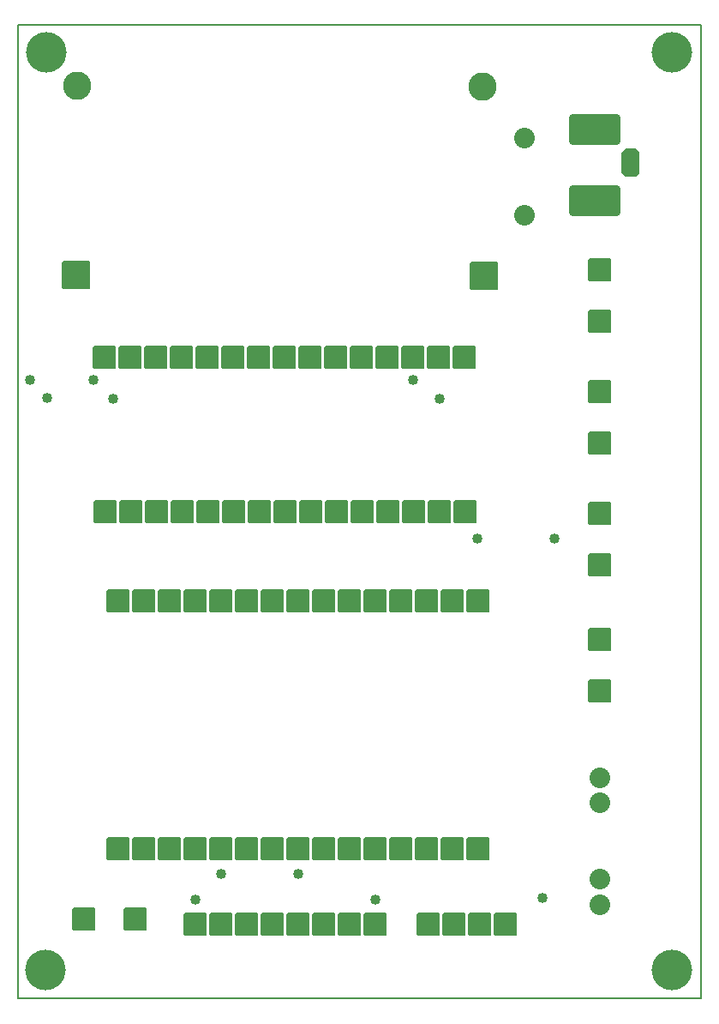
<source format=gbr>
G04 PROTEUS GERBER X2 FILE*
%TF.GenerationSoftware,Labcenter,Proteus,8.6-SP2-Build23525*%
%TF.CreationDate,2019-05-23T03:36:02+00:00*%
%TF.FileFunction,Soldermask,Bot*%
%TF.FilePolarity,Negative*%
%TF.Part,Single*%
%FSLAX45Y45*%
%MOMM*%
G01*
%TA.AperFunction,Material*%
%ADD23C,1.016000*%
%AMPPAD016*
4,1,36,
-1.016000,1.143000,
1.016000,1.143000,
1.041970,1.140470,
1.065980,1.133200,
1.087580,1.121650,
1.106290,1.106290,
1.121650,1.087570,
1.133200,1.065980,
1.140470,1.041970,
1.143000,1.016000,
1.143000,-1.016000,
1.140470,-1.041970,
1.133200,-1.065980,
1.121650,-1.087570,
1.106290,-1.106290,
1.087580,-1.121650,
1.065980,-1.133200,
1.041970,-1.140470,
1.016000,-1.143000,
-1.016000,-1.143000,
-1.041970,-1.140470,
-1.065980,-1.133200,
-1.087580,-1.121650,
-1.106290,-1.106290,
-1.121650,-1.087570,
-1.133200,-1.065980,
-1.140470,-1.041970,
-1.143000,-1.016000,
-1.143000,1.016000,
-1.140470,1.041970,
-1.133200,1.065980,
-1.121650,1.087570,
-1.106290,1.106290,
-1.087580,1.121650,
-1.065980,1.133200,
-1.041970,1.140470,
-1.016000,1.143000,
0*%
%TA.AperFunction,Material*%
%ADD24PPAD016*%
%AMPPAD017*
4,1,36,
1.270000,-1.397000,
-1.270000,-1.397000,
-1.295970,-1.394470,
-1.319980,-1.387200,
-1.341580,-1.375650,
-1.360290,-1.360290,
-1.375650,-1.341570,
-1.387200,-1.319980,
-1.394470,-1.295970,
-1.397000,-1.270000,
-1.397000,1.270000,
-1.394470,1.295970,
-1.387200,1.319980,
-1.375650,1.341570,
-1.360290,1.360290,
-1.341580,1.375650,
-1.319980,1.387200,
-1.295970,1.394470,
-1.270000,1.397000,
1.270000,1.397000,
1.295970,1.394470,
1.319980,1.387200,
1.341580,1.375650,
1.360290,1.360290,
1.375650,1.341570,
1.387200,1.319980,
1.394470,1.295970,
1.397000,1.270000,
1.397000,-1.270000,
1.394470,-1.295970,
1.387200,-1.319980,
1.375650,-1.341570,
1.360290,-1.360290,
1.341580,-1.375650,
1.319980,-1.387200,
1.295970,-1.394470,
1.270000,-1.397000,
0*%
%TA.AperFunction,Material*%
%ADD25PPAD017*%
%ADD26C,2.794000*%
%AMPPAD019*
4,1,36,
-2.540000,-1.092200,
-2.540000,1.092200,
-2.531410,1.180490,
-2.506690,1.262130,
-2.467420,1.335560,
-2.415180,1.399180,
-2.351560,1.451420,
-2.278130,1.490690,
-2.196490,1.515410,
-2.108200,1.524000,
2.108200,1.524000,
2.196490,1.515410,
2.278130,1.490690,
2.351560,1.451420,
2.415180,1.399180,
2.467420,1.335560,
2.506690,1.262130,
2.531410,1.180490,
2.540000,1.092200,
2.540000,-1.092200,
2.531410,-1.180490,
2.506690,-1.262130,
2.467420,-1.335560,
2.415180,-1.399180,
2.351560,-1.451420,
2.278130,-1.490690,
2.196490,-1.515410,
2.108200,-1.524000,
-2.108200,-1.524000,
-2.196490,-1.515410,
-2.278130,-1.490690,
-2.351560,-1.451420,
-2.415180,-1.399180,
-2.467420,-1.335560,
-2.506690,-1.262130,
-2.531410,-1.180490,
-2.540000,-1.092200,
0*%
%TA.AperFunction,Material*%
%ADD27PPAD019*%
%AMPPAD020*
4,1,8,
0.509800,-1.397000,
-0.509800,-1.397000,
-0.889000,-1.017800,
-0.889000,1.017800,
-0.509800,1.397000,
0.509800,1.397000,
0.889000,1.017800,
0.889000,-1.017800,
0.509800,-1.397000,
0*%
%ADD28PPAD020*%
%AMPPAD021*
4,1,36,
-1.143000,-1.016000,
-1.143000,1.016000,
-1.140470,1.041970,
-1.133200,1.065980,
-1.121650,1.087580,
-1.106290,1.106290,
-1.087570,1.121650,
-1.065980,1.133200,
-1.041970,1.140470,
-1.016000,1.143000,
1.016000,1.143000,
1.041970,1.140470,
1.065980,1.133200,
1.087570,1.121650,
1.106290,1.106290,
1.121650,1.087580,
1.133200,1.065980,
1.140470,1.041970,
1.143000,1.016000,
1.143000,-1.016000,
1.140470,-1.041970,
1.133200,-1.065980,
1.121650,-1.087580,
1.106290,-1.106290,
1.087570,-1.121650,
1.065980,-1.133200,
1.041970,-1.140470,
1.016000,-1.143000,
-1.016000,-1.143000,
-1.041970,-1.140470,
-1.065980,-1.133200,
-1.087570,-1.121650,
-1.106290,-1.106290,
-1.121650,-1.087580,
-1.133200,-1.065980,
-1.140470,-1.041970,
-1.143000,-1.016000,
0*%
%TA.AperFunction,Material*%
%ADD29PPAD021*%
%ADD72C,2.032000*%
%TA.AperFunction,Material*%
%ADD30C,4.000000*%
%TA.AperFunction,Profile*%
%ADD20C,0.203200*%
%TD.AperFunction*%
D23*
X-8396000Y-2200000D03*
X-7636000Y-2200000D03*
X-8650000Y-2450000D03*
X-6874000Y-2450000D03*
X-10280000Y+2680000D03*
X-9660000Y+2680000D03*
X-6500000Y+2680000D03*
X-10110000Y+2500000D03*
X-9460000Y+2490000D03*
X-6238000Y+2490000D03*
X-5100000Y+1110000D03*
X-5860000Y+1110000D03*
X-5220000Y-2440000D03*
D24*
X-9540000Y+1370000D03*
X-9286000Y+1370000D03*
X-9032000Y+1370000D03*
X-8778000Y+1370000D03*
X-8524000Y+1370000D03*
X-8270000Y+1370000D03*
X-8016000Y+1370000D03*
X-7762000Y+1370000D03*
X-7508000Y+1370000D03*
X-7254000Y+1370000D03*
X-7000000Y+1370000D03*
X-6746000Y+1370000D03*
X-6492000Y+1370000D03*
X-6238000Y+1370000D03*
X-5984000Y+1370000D03*
X-5994000Y+2900000D03*
X-6248000Y+2900000D03*
X-6502000Y+2900000D03*
X-6756000Y+2900000D03*
X-7010000Y+2900000D03*
X-7264000Y+2900000D03*
X-7518000Y+2900000D03*
X-7772000Y+2900000D03*
X-8026000Y+2900000D03*
X-8280000Y+2900000D03*
X-8534000Y+2900000D03*
X-8788000Y+2900000D03*
X-9042000Y+2900000D03*
X-9296000Y+2900000D03*
X-9550000Y+2900000D03*
X-9414000Y-1950000D03*
X-9160000Y-1950000D03*
X-8906000Y-1950000D03*
X-8652000Y-1950000D03*
X-8398000Y-1950000D03*
X-8144000Y-1950000D03*
X-7890000Y-1950000D03*
X-7636000Y-1950000D03*
X-7382000Y-1950000D03*
X-7128000Y-1950000D03*
X-6874000Y-1950000D03*
X-6620000Y-1950000D03*
X-6366000Y-1950000D03*
X-6112000Y-1950000D03*
X-5858000Y-1950000D03*
X-5858000Y+490000D03*
X-6112000Y+490000D03*
X-6366000Y+490000D03*
X-6620000Y+490000D03*
X-6874000Y+490000D03*
X-7128000Y+490000D03*
X-7382000Y+490000D03*
X-7636000Y+490000D03*
X-7890000Y+490000D03*
X-8144000Y+490000D03*
X-8398000Y+490000D03*
X-8652000Y+490000D03*
X-8906000Y+490000D03*
X-9160000Y+490000D03*
X-9414000Y+490000D03*
D25*
X-5800000Y+3700000D03*
D26*
X-5810000Y+5570000D03*
D25*
X-9830000Y+3710000D03*
D26*
X-9820000Y+5580000D03*
D27*
X-4700000Y+4450000D03*
X-4700000Y+5150000D03*
D28*
X-4350000Y+4820000D03*
D29*
X-4650000Y+3250000D03*
X-4650000Y+3758000D03*
X-4650000Y+2050000D03*
X-4650000Y+2558000D03*
X-4650000Y+850000D03*
X-4650000Y+1358000D03*
X-4650000Y-400000D03*
X-4650000Y+108000D03*
D24*
X-8650000Y-2700000D03*
X-8396000Y-2700000D03*
X-8142000Y-2700000D03*
X-7888000Y-2700000D03*
X-7634000Y-2700000D03*
X-7380000Y-2700000D03*
X-7126000Y-2700000D03*
X-6872000Y-2700000D03*
D72*
X-5400000Y+5062000D03*
X-5400000Y+4300000D03*
D24*
X-5588000Y-2700000D03*
X-5842000Y-2700000D03*
X-6096000Y-2700000D03*
X-6350000Y-2700000D03*
X-9750000Y-2650000D03*
X-9242000Y-2650000D03*
D72*
X-4650000Y-1500000D03*
X-4650000Y-1250000D03*
X-4650000Y-2500000D03*
X-4650000Y-2250000D03*
D30*
X-10120000Y+5910000D03*
X-3940000Y+5910000D03*
X-10130000Y-3150000D03*
X-3940000Y-3150000D03*
D20*
X-10400000Y-3430000D02*
X-3650000Y-3430000D01*
X-3650000Y+6180000D01*
X-10400000Y+6180000D01*
X-10400000Y-3430000D01*
M02*

</source>
